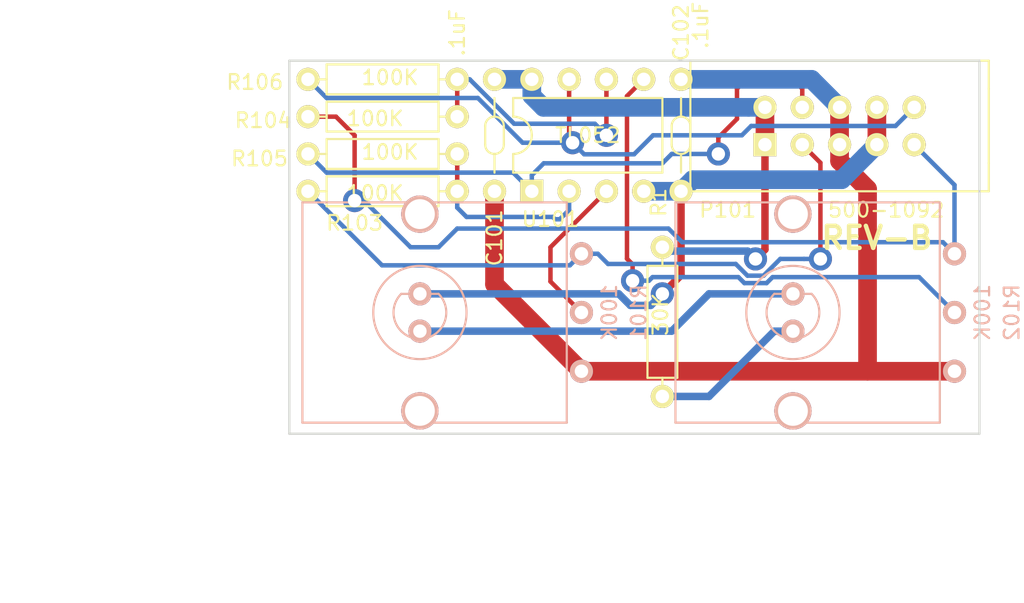
<source format=kicad_pcb>
(kicad_pcb (version 20171130) (host pcbnew "(5.0.1)-3")

  (general
    (thickness 1.6)
    (drawings 11)
    (tracks 134)
    (zones 0)
    (modules 11)
    (nets 14)
  )

  (page A4)
  (layers
    (0 F.Cu signal)
    (31 B.Cu signal)
    (32 B.Adhes user)
    (33 F.Adhes user)
    (34 B.Paste user)
    (35 F.Paste user)
    (36 B.SilkS user)
    (37 F.SilkS user)
    (38 B.Mask user)
    (39 F.Mask user)
    (40 Dwgs.User user)
    (41 Cmts.User user)
    (42 Eco1.User user)
    (43 Eco2.User user)
    (44 Edge.Cuts user)
    (45 Margin user)
    (46 B.CrtYd user)
    (47 F.CrtYd user)
    (48 B.Fab user)
    (49 F.Fab user)
  )

  (setup
    (last_trace_width 0.3048)
    (user_trace_width 0.508)
    (user_trace_width 0.762)
    (user_trace_width 1.016)
    (trace_clearance 0.2)
    (zone_clearance 0.508)
    (zone_45_only no)
    (trace_min 0.2)
    (segment_width 0.2)
    (edge_width 0.15)
    (via_size 1.5748)
    (via_drill 0.9144)
    (via_min_size 0.4)
    (via_min_drill 0.3)
    (uvia_size 0.3)
    (uvia_drill 0.1)
    (uvias_allowed no)
    (uvia_min_size 0.2)
    (uvia_min_drill 0.1)
    (pcb_text_width 0.3)
    (pcb_text_size 1.5 1.5)
    (mod_edge_width 0.15)
    (mod_text_size 1 1)
    (mod_text_width 0.15)
    (pad_size 1.524 1.524)
    (pad_drill 0.762)
    (pad_to_mask_clearance 0.2)
    (solder_mask_min_width 0.25)
    (aux_axis_origin 0 0)
    (visible_elements 7FFFEFFF)
    (pcbplotparams
      (layerselection 0x010f0_ffffffff)
      (usegerberextensions false)
      (usegerberattributes false)
      (usegerberadvancedattributes false)
      (creategerberjobfile false)
      (excludeedgelayer true)
      (linewidth 0.100000)
      (plotframeref false)
      (viasonmask false)
      (mode 1)
      (useauxorigin false)
      (hpglpennumber 1)
      (hpglpenspeed 20)
      (hpglpendiameter 15.000000)
      (psnegative false)
      (psa4output false)
      (plotreference true)
      (plotvalue true)
      (plotinvisibletext false)
      (padsonsilk false)
      (subtractmaskfromsilk false)
      (outputformat 1)
      (mirror false)
      (drillshape 0)
      (scaleselection 1)
      (outputdirectory "CAM/"))
  )

  (net 0 "")
  (net 1 GND)
  (net 2 "Net-(P101-Pad3)")
  (net 3 "Net-(P101-Pad4)")
  (net 4 "Net-(P101-Pad9)")
  (net 5 "Net-(P101-Pad10)")
  (net 6 "Net-(R101-Pad2)")
  (net 7 "Net-(R102-Pad2)")
  (net 8 "Net-(R103-Pad2)")
  (net 9 "Net-(R104-Pad2)")
  (net 10 /V+)
  (net 11 /V-)
  (net 12 "Net-(R101-Pad5)")
  (net 13 "Net-(R1-Pad2)")

  (net_class Default "This is the default net class."
    (clearance 0.2)
    (trace_width 0.3048)
    (via_dia 1.5748)
    (via_drill 0.9144)
    (uvia_dia 0.3)
    (uvia_drill 0.1)
    (add_net "Net-(P101-Pad10)")
    (add_net "Net-(P101-Pad3)")
    (add_net "Net-(P101-Pad4)")
    (add_net "Net-(P101-Pad9)")
    (add_net "Net-(R1-Pad2)")
    (add_net "Net-(R101-Pad2)")
    (add_net "Net-(R101-Pad5)")
    (add_net "Net-(R102-Pad2)")
    (add_net "Net-(R103-Pad2)")
    (add_net "Net-(R104-Pad2)")
  )

  (net_class Power ""
    (clearance 0.2)
    (trace_width 1.27)
    (via_dia 1.5748)
    (via_drill 0.9144)
    (uvia_dia 0.3)
    (uvia_drill 0.1)
    (add_net /V+)
    (add_net /V-)
    (add_net GND)
  )

  (module FootPrints:Alpha9mmPotWithLED (layer B.Cu) (tedit 5751FE58) (tstamp 5BC2D687)
    (at 127 106.045 270)
    (path /5C0471C0)
    (fp_text reference R101 (at 0 -14.9 270) (layer B.SilkS)
      (effects (font (size 1 1) (thickness 0.15)) (justify mirror))
    )
    (fp_text value 100K (at 0 -12.9 270) (layer B.SilkS)
      (effects (font (size 1 1) (thickness 0.15)) (justify mirror))
    )
    (fp_arc (start 0 0) (end 1.27 -1.27) (angle -90) (layer B.SilkS) (width 0.15))
    (fp_arc (start 0 0) (end 1.27 1.27) (angle -90) (layer B.SilkS) (width 0.15))
    (fp_arc (start 0 0) (end -1.27 1.27) (angle -90) (layer B.SilkS) (width 0.15))
    (fp_line (start -1.27 1.27) (end -1.27 -1.27) (layer B.SilkS) (width 0.15))
    (fp_circle (center 0 0) (end 3.175 0) (layer B.SilkS) (width 0.15))
    (fp_line (start -7.5 -10) (end 7.5 -10) (layer B.SilkS) (width 0.15))
    (fp_line (start 7.5 -10) (end 7.5 8) (layer B.SilkS) (width 0.15))
    (fp_line (start 7.5 8) (end -7.5 8) (layer B.SilkS) (width 0.15))
    (fp_line (start -7.5 8) (end -7.5 -10) (layer B.SilkS) (width 0.15))
    (pad "" thru_hole circle (at -6.7 0 270) (size 2.54 2.54) (drill 2.032) (layers *.Cu *.Mask B.SilkS))
    (pad "" thru_hole circle (at 6.7 0 270) (size 2.54 2.54) (drill 2.032) (layers *.Cu *.Mask B.SilkS))
    (pad 4 thru_hole circle (at -1.27 0 270) (size 1.5748 1.5748) (drill 0.9144) (layers *.Cu *.Mask B.SilkS)
      (net 11 /V-))
    (pad 5 thru_hole circle (at 1.27 0 270) (size 1.5748 1.5748) (drill 0.9144) (layers *.Cu *.Mask B.SilkS)
      (net 12 "Net-(R101-Pad5)"))
    (pad 2 thru_hole circle (at 0 -11 270) (size 1.5748 1.5748) (drill 0.9144) (layers *.Cu *.Mask B.SilkS)
      (net 6 "Net-(R101-Pad2)"))
    (pad 3 thru_hole circle (at 4 -11 270) (size 1.5748 1.5748) (drill 0.9144) (layers *.Cu *.Mask B.SilkS)
      (net 1 GND))
    (pad 1 thru_hole circle (at -4 -11 270) (size 1.5748 1.5748) (drill 0.9144) (layers *.Cu *.Mask B.SilkS)
      (net 2 "Net-(P101-Pad3)"))
  )

  (module Footprints:CAP-Bypass-0.3 (layer F.Cu) (tedit 56B42E37) (tstamp 56CB45DC)
    (at 132.08 93.98 270)
    (path /56CB4712)
    (fp_text reference C101 (at 6.985 0 270) (layer F.SilkS)
      (effects (font (size 1 1) (thickness 0.15)))
    )
    (fp_text value .1uF (at -6.985 2.54 270) (layer F.SilkS)
      (effects (font (size 1 1) (thickness 0.15)))
    )
    (fp_arc (start 0.635 0) (end 1.27 0) (angle 90) (layer F.SilkS) (width 0.15))
    (fp_arc (start 0.635 0) (end 0.635 -0.635) (angle 90) (layer F.SilkS) (width 0.15))
    (fp_arc (start -0.635 0) (end -0.635 0.635) (angle 90) (layer F.SilkS) (width 0.15))
    (fp_arc (start -0.635 0) (end -1.27 0) (angle 90) (layer F.SilkS) (width 0.15))
    (fp_line (start -0.635 0.635) (end 0.635 0.635) (layer F.SilkS) (width 0.15))
    (fp_line (start -0.635 -0.635) (end 0.635 -0.635) (layer F.SilkS) (width 0.15))
    (fp_line (start 2.54 0) (end 1.27 0) (layer F.SilkS) (width 0.15))
    (fp_line (start -2.54 0) (end -1.27 0) (layer F.SilkS) (width 0.15))
    (pad 1 thru_hole circle (at -3.81 0 270) (size 1.5748 1.5748) (drill 0.9144) (layers *.Cu *.Mask F.SilkS)
      (net 10 /V+))
    (pad 2 thru_hole circle (at 3.81 0 270) (size 1.5748 1.5748) (drill 0.9144) (layers *.Cu *.Mask F.SilkS)
      (net 1 GND))
  )

  (module Footprints:CAP-Bypass-0.3 (layer F.Cu) (tedit 56B42E37) (tstamp 56CB45EA)
    (at 144.78 93.98 90)
    (path /56CB4672)
    (fp_text reference C102 (at 6.985 0 90) (layer F.SilkS)
      (effects (font (size 1 1) (thickness 0.15)))
    )
    (fp_text value .1uF (at 7.493 1.3335 90) (layer F.SilkS)
      (effects (font (size 1 1) (thickness 0.15)))
    )
    (fp_arc (start 0.635 0) (end 1.27 0) (angle 90) (layer F.SilkS) (width 0.15))
    (fp_arc (start 0.635 0) (end 0.635 -0.635) (angle 90) (layer F.SilkS) (width 0.15))
    (fp_arc (start -0.635 0) (end -0.635 0.635) (angle 90) (layer F.SilkS) (width 0.15))
    (fp_arc (start -0.635 0) (end -1.27 0) (angle 90) (layer F.SilkS) (width 0.15))
    (fp_line (start -0.635 0.635) (end 0.635 0.635) (layer F.SilkS) (width 0.15))
    (fp_line (start -0.635 -0.635) (end 0.635 -0.635) (layer F.SilkS) (width 0.15))
    (fp_line (start 2.54 0) (end 1.27 0) (layer F.SilkS) (width 0.15))
    (fp_line (start -2.54 0) (end -1.27 0) (layer F.SilkS) (width 0.15))
    (pad 1 thru_hole circle (at -3.81 0 90) (size 1.5748 1.5748) (drill 0.9144) (layers *.Cu *.Mask F.SilkS)
      (net 11 /V-))
    (pad 2 thru_hole circle (at 3.81 0 90) (size 1.5748 1.5748) (drill 0.9144) (layers *.Cu *.Mask F.SilkS)
      (net 1 GND))
  )

  (module Footprints:AXIAL0.4 (layer F.Cu) (tedit 56ACF211) (tstamp 5BC2DADD)
    (at 124.46 97.79)
    (path /56CB344C)
    (fp_text reference R103 (at -1.905 2.159) (layer F.SilkS)
      (effects (font (size 1 1) (thickness 0.15)))
    )
    (fp_text value 100K (at -0.508 0.127) (layer F.SilkS)
      (effects (font (size 1 1) (thickness 0.15)))
    )
    (fp_line (start -3.81 -1.016) (end -3.81 1.016) (layer F.SilkS) (width 0.15))
    (fp_line (start 3.81 -1.016) (end 3.81 1.016) (layer F.SilkS) (width 0.15))
    (fp_line (start -3.81 0) (end -4.318 0) (layer F.SilkS) (width 0.15))
    (fp_line (start 4.445 0) (end 3.81 0) (layer F.SilkS) (width 0.15))
    (fp_line (start -3.81 1.016) (end 3.81 1.016) (layer F.SilkS) (width 0.15))
    (fp_line (start 3.81 -1.016) (end -3.81 -1.016) (layer F.SilkS) (width 0.15))
    (pad 1 thru_hole circle (at -5.08 0) (size 1.5748 1.5748) (drill 0.9144) (layers *.Cu *.Mask F.SilkS)
      (net 2 "Net-(P101-Pad3)"))
    (pad 2 thru_hole circle (at 5.08 0) (size 1.5748 1.5748) (drill 0.9144) (layers *.Cu *.Mask F.SilkS)
      (net 8 "Net-(R103-Pad2)"))
  )

  (module Footprints:AXIAL0.4 (layer F.Cu) (tedit 56ACF211) (tstamp 56CB463A)
    (at 124.46 92.71)
    (path /56CB3618)
    (fp_text reference R104 (at -8.128 0.254) (layer F.SilkS)
      (effects (font (size 1 1) (thickness 0.15)))
    )
    (fp_text value 100K (at -0.508 0.127) (layer F.SilkS)
      (effects (font (size 1 1) (thickness 0.15)))
    )
    (fp_line (start -3.81 -1.016) (end -3.81 1.016) (layer F.SilkS) (width 0.15))
    (fp_line (start 3.81 -1.016) (end 3.81 1.016) (layer F.SilkS) (width 0.15))
    (fp_line (start -3.81 0) (end -4.318 0) (layer F.SilkS) (width 0.15))
    (fp_line (start 4.445 0) (end 3.81 0) (layer F.SilkS) (width 0.15))
    (fp_line (start -3.81 1.016) (end 3.81 1.016) (layer F.SilkS) (width 0.15))
    (fp_line (start 3.81 -1.016) (end -3.81 -1.016) (layer F.SilkS) (width 0.15))
    (pad 1 thru_hole circle (at -5.08 0) (size 1.5748 1.5748) (drill 0.9144) (layers *.Cu *.Mask F.SilkS)
      (net 4 "Net-(P101-Pad9)"))
    (pad 2 thru_hole circle (at 5.08 0) (size 1.5748 1.5748) (drill 0.9144) (layers *.Cu *.Mask F.SilkS)
      (net 9 "Net-(R104-Pad2)"))
  )

  (module Footprints:AXIAL0.4 (layer F.Cu) (tedit 56ACF211) (tstamp 56CB4646)
    (at 124.46 95.25 180)
    (path /56CB35CF)
    (fp_text reference R105 (at 8.382 -0.3175 180) (layer F.SilkS)
      (effects (font (size 1 1) (thickness 0.15)))
    )
    (fp_text value 100K (at -0.508 0.127 180) (layer F.SilkS)
      (effects (font (size 1 1) (thickness 0.15)))
    )
    (fp_line (start -3.81 -1.016) (end -3.81 1.016) (layer F.SilkS) (width 0.15))
    (fp_line (start 3.81 -1.016) (end 3.81 1.016) (layer F.SilkS) (width 0.15))
    (fp_line (start -3.81 0) (end -4.318 0) (layer F.SilkS) (width 0.15))
    (fp_line (start 4.445 0) (end 3.81 0) (layer F.SilkS) (width 0.15))
    (fp_line (start -3.81 1.016) (end 3.81 1.016) (layer F.SilkS) (width 0.15))
    (fp_line (start 3.81 -1.016) (end -3.81 -1.016) (layer F.SilkS) (width 0.15))
    (pad 1 thru_hole circle (at -5.08 0 180) (size 1.5748 1.5748) (drill 0.9144) (layers *.Cu *.Mask F.SilkS)
      (net 8 "Net-(R103-Pad2)"))
    (pad 2 thru_hole circle (at 5.08 0 180) (size 1.5748 1.5748) (drill 0.9144) (layers *.Cu *.Mask F.SilkS)
      (net 3 "Net-(P101-Pad4)"))
  )

  (module Footprints:AXIAL0.4 (layer F.Cu) (tedit 56ACF211) (tstamp 5BC2DBA7)
    (at 124.46 90.17 180)
    (path /56CB3662)
    (fp_text reference R106 (at 8.6995 -0.1905 180) (layer F.SilkS)
      (effects (font (size 1 1) (thickness 0.15)))
    )
    (fp_text value 100K (at -0.508 0.127 180) (layer F.SilkS)
      (effects (font (size 1 1) (thickness 0.15)))
    )
    (fp_line (start -3.81 -1.016) (end -3.81 1.016) (layer F.SilkS) (width 0.15))
    (fp_line (start 3.81 -1.016) (end 3.81 1.016) (layer F.SilkS) (width 0.15))
    (fp_line (start -3.81 0) (end -4.318 0) (layer F.SilkS) (width 0.15))
    (fp_line (start 4.445 0) (end 3.81 0) (layer F.SilkS) (width 0.15))
    (fp_line (start -3.81 1.016) (end 3.81 1.016) (layer F.SilkS) (width 0.15))
    (fp_line (start 3.81 -1.016) (end -3.81 -1.016) (layer F.SilkS) (width 0.15))
    (pad 1 thru_hole circle (at -5.08 0 180) (size 1.5748 1.5748) (drill 0.9144) (layers *.Cu *.Mask F.SilkS)
      (net 9 "Net-(R104-Pad2)"))
    (pad 2 thru_hole circle (at 5.08 0 180) (size 1.5748 1.5748) (drill 0.9144) (layers *.Cu *.Mask F.SilkS)
      (net 5 "Net-(P101-Pad10)"))
  )

  (module Footprints:DIP8.3 (layer F.Cu) (tedit 56ADA5EF) (tstamp 56CB4665)
    (at 138.43 93.98)
    (path /56CB32E2)
    (fp_text reference U101 (at -2.54 5.715) (layer F.SilkS)
      (effects (font (size 1 1) (thickness 0.15)))
    )
    (fp_text value TL052 (at 0 0) (layer F.SilkS)
      (effects (font (size 1 1) (thickness 0.15)))
    )
    (fp_arc (start -5.08 0) (end -3.81 0) (angle 90) (layer F.SilkS) (width 0.15))
    (fp_arc (start -5.08 0) (end -5.08 -1.27) (angle 90) (layer F.SilkS) (width 0.15))
    (fp_line (start -5.08 -2.54) (end -5.08 -1.27) (layer F.SilkS) (width 0.15))
    (fp_line (start -5.08 -2.54) (end 5.08 -2.54) (layer F.SilkS) (width 0.15))
    (fp_line (start 5.08 -2.54) (end 5.08 2.54) (layer F.SilkS) (width 0.15))
    (fp_line (start 5.08 2.54) (end -5.08 2.54) (layer F.SilkS) (width 0.15))
    (fp_line (start -5.08 2.54) (end -5.08 1.27) (layer F.SilkS) (width 0.15))
    (pad 1 thru_hole rect (at -3.81 3.81) (size 1.5748 1.5748) (drill 0.9144) (layers *.Cu *.Mask F.SilkS)
      (net 3 "Net-(P101-Pad4)"))
    (pad 2 thru_hole circle (at -1.27 3.81) (size 1.5748 1.5748) (drill 0.9144) (layers *.Cu *.Mask F.SilkS)
      (net 8 "Net-(R103-Pad2)"))
    (pad 3 thru_hole circle (at 1.27 3.81) (size 1.5748 1.5748) (drill 0.9144) (layers *.Cu *.Mask F.SilkS)
      (net 6 "Net-(R101-Pad2)"))
    (pad 4 thru_hole circle (at 3.81 3.81) (size 1.5748 1.5748) (drill 0.9144) (layers *.Cu *.Mask F.SilkS)
      (net 11 /V-))
    (pad 5 thru_hole circle (at 3.81 -3.81) (size 1.5748 1.5748) (drill 0.9144) (layers *.Cu *.Mask F.SilkS)
      (net 7 "Net-(R102-Pad2)"))
    (pad 6 thru_hole circle (at 1.27 -3.81) (size 1.5748 1.5748) (drill 0.9144) (layers *.Cu *.Mask F.SilkS)
      (net 9 "Net-(R104-Pad2)"))
    (pad 7 thru_hole circle (at -1.27 -3.81) (size 1.5748 1.5748) (drill 0.9144) (layers *.Cu *.Mask F.SilkS)
      (net 5 "Net-(P101-Pad10)"))
    (pad 8 thru_hole circle (at -3.81 -3.81) (size 1.5748 1.5748) (drill 0.9144) (layers *.Cu *.Mask F.SilkS)
      (net 10 /V+))
  )

  (module FootPrints:Alpha9mmPotWithLED (layer B.Cu) (tedit 5751FE58) (tstamp 5BC2D69A)
    (at 152.4 106.045 270)
    (path /5C04730D)
    (fp_text reference R102 (at 0 -14.9 270) (layer B.SilkS)
      (effects (font (size 1 1) (thickness 0.15)) (justify mirror))
    )
    (fp_text value 100K (at 0 -12.9 270) (layer B.SilkS)
      (effects (font (size 1 1) (thickness 0.15)) (justify mirror))
    )
    (fp_line (start -7.5 8) (end -7.5 -10) (layer B.SilkS) (width 0.15))
    (fp_line (start 7.5 8) (end -7.5 8) (layer B.SilkS) (width 0.15))
    (fp_line (start 7.5 -10) (end 7.5 8) (layer B.SilkS) (width 0.15))
    (fp_line (start -7.5 -10) (end 7.5 -10) (layer B.SilkS) (width 0.15))
    (fp_circle (center 0 0) (end 3.175 0) (layer B.SilkS) (width 0.15))
    (fp_line (start -1.27 1.27) (end -1.27 -1.27) (layer B.SilkS) (width 0.15))
    (fp_arc (start 0 0) (end -1.27 1.27) (angle -90) (layer B.SilkS) (width 0.15))
    (fp_arc (start 0 0) (end 1.27 1.27) (angle -90) (layer B.SilkS) (width 0.15))
    (fp_arc (start 0 0) (end 1.27 -1.27) (angle -90) (layer B.SilkS) (width 0.15))
    (pad 1 thru_hole circle (at -4 -11 270) (size 1.5748 1.5748) (drill 0.9144) (layers *.Cu *.Mask B.SilkS)
      (net 4 "Net-(P101-Pad9)"))
    (pad 3 thru_hole circle (at 4 -11 270) (size 1.5748 1.5748) (drill 0.9144) (layers *.Cu *.Mask B.SilkS)
      (net 1 GND))
    (pad 2 thru_hole circle (at 0 -11 270) (size 1.5748 1.5748) (drill 0.9144) (layers *.Cu *.Mask B.SilkS)
      (net 7 "Net-(R102-Pad2)"))
    (pad 5 thru_hole circle (at 1.27 0 270) (size 1.5748 1.5748) (drill 0.9144) (layers *.Cu *.Mask B.SilkS)
      (net 13 "Net-(R1-Pad2)"))
    (pad 4 thru_hole circle (at -1.27 0 270) (size 1.5748 1.5748) (drill 0.9144) (layers *.Cu *.Mask B.SilkS)
      (net 12 "Net-(R101-Pad5)"))
    (pad "" thru_hole circle (at 6.7 0 270) (size 2.54 2.54) (drill 2.032) (layers *.Cu *.Mask B.SilkS))
    (pad "" thru_hole circle (at -6.7 0 270) (size 2.54 2.54) (drill 2.032) (layers *.Cu *.Mask B.SilkS))
  )

  (module FootPrints:IDC5x2_Vert (layer F.Cu) (tedit 58C2383B) (tstamp 5C04664C)
    (at 155.575 93.345 180)
    (path /56CB3BDE)
    (fp_text reference P101 (at 7.62 -5.715 180) (layer F.SilkS)
      (effects (font (size 1 1) (thickness 0.15)))
    )
    (fp_text value 500-1092 (at -3.175 -5.715 180) (layer F.SilkS)
      (effects (font (size 1 1) (thickness 0.15)))
    )
    (fp_line (start 10.16 4.445) (end 10.16 2.54) (layer F.SilkS) (width 0.15))
    (fp_line (start -10.16 4.445) (end 10.16 4.445) (layer F.SilkS) (width 0.15))
    (fp_line (start -10.16 2.54) (end -10.16 4.445) (layer F.SilkS) (width 0.15))
    (fp_line (start 10.16 -4.445) (end 10.16 -2.54) (layer F.SilkS) (width 0.15))
    (fp_line (start -10.16 -4.445) (end 10.16 -4.445) (layer F.SilkS) (width 0.15))
    (fp_line (start -10.16 -2.54) (end -10.16 -4.445) (layer F.SilkS) (width 0.15))
    (fp_line (start -10.16 2.54) (end -10.16 -2.54) (layer F.SilkS) (width 0.15))
    (fp_line (start 10.16 -2.54) (end 10.16 2.54) (layer F.SilkS) (width 0.15))
    (pad 1 thru_hole rect (at 5.08 -1.27 180) (size 1.5748 1.5748) (drill 0.9144) (layers *.Cu *.Mask F.SilkS)
      (net 10 /V+))
    (pad 2 thru_hole circle (at 5.08 1.27 180) (size 1.5748 1.5748) (drill 0.9144) (layers *.Cu *.Mask F.SilkS)
      (net 10 /V+))
    (pad 3 thru_hole circle (at 2.54 -1.27 180) (size 1.5748 1.5748) (drill 0.9144) (layers *.Cu *.Mask F.SilkS)
      (net 2 "Net-(P101-Pad3)"))
    (pad 4 thru_hole circle (at 2.54 1.27 180) (size 1.5748 1.5748) (drill 0.9144) (layers *.Cu *.Mask F.SilkS)
      (net 3 "Net-(P101-Pad4)"))
    (pad 5 thru_hole circle (at 0 -1.27 180) (size 1.5748 1.5748) (drill 0.9144) (layers *.Cu *.Mask F.SilkS)
      (net 1 GND))
    (pad 6 thru_hole circle (at 0 1.27 180) (size 1.5748 1.5748) (drill 0.9144) (layers *.Cu *.Mask F.SilkS)
      (net 1 GND))
    (pad 7 thru_hole circle (at -2.54 -1.27 180) (size 1.5748 1.5748) (drill 0.9144) (layers *.Cu *.Mask F.SilkS)
      (net 11 /V-))
    (pad 8 thru_hole circle (at -2.54 1.27 180) (size 1.5748 1.5748) (drill 0.9144) (layers *.Cu *.Mask F.SilkS)
      (net 11 /V-))
    (pad 9 thru_hole circle (at -5.08 -1.27 180) (size 1.5748 1.5748) (drill 0.9144) (layers *.Cu *.Mask F.SilkS)
      (net 4 "Net-(P101-Pad9)"))
    (pad 10 thru_hole circle (at -5.08 1.27 180) (size 1.5748 1.5748) (drill 0.9144) (layers *.Cu *.Mask F.SilkS)
      (net 5 "Net-(P101-Pad10)"))
  )

  (module FootPrints:AXIAL0_4 (layer F.Cu) (tedit 56ACF211) (tstamp 5C04782E)
    (at 143.51 106.68 270)
    (path /5C049519)
    (fp_text reference R1 (at -8.128 0.254 270) (layer F.SilkS)
      (effects (font (size 1 1) (thickness 0.15)))
    )
    (fp_text value 30K (at -0.508 0.127 270) (layer F.SilkS)
      (effects (font (size 1 1) (thickness 0.15)))
    )
    (fp_line (start -3.81 -1.016) (end -3.81 1.016) (layer F.SilkS) (width 0.15))
    (fp_line (start 3.81 -1.016) (end 3.81 1.016) (layer F.SilkS) (width 0.15))
    (fp_line (start -3.81 0) (end -4.318 0) (layer F.SilkS) (width 0.15))
    (fp_line (start 4.445 0) (end 3.81 0) (layer F.SilkS) (width 0.15))
    (fp_line (start -3.81 1.016) (end 3.81 1.016) (layer F.SilkS) (width 0.15))
    (fp_line (start 3.81 -1.016) (end -3.81 -1.016) (layer F.SilkS) (width 0.15))
    (pad 1 thru_hole circle (at -5.08 0 270) (size 1.5748 1.5748) (drill 0.9144) (layers *.Cu *.Mask F.SilkS)
      (net 10 /V+))
    (pad 2 thru_hole circle (at 5.08 0 270) (size 1.5748 1.5748) (drill 0.9144) (layers *.Cu *.Mask F.SilkS)
      (net 13 "Net-(R1-Pad2)"))
  )

  (gr_text "REV-B\n" (at 158.115 100.965) (layer F.SilkS)
    (effects (font (size 1.5 1.5) (thickness 0.3)))
  )
  (dimension 12.7 (width 0.3) (layer F.Fab)
    (gr_text "0.5000 in" (at 158.75 121.48) (layer F.Fab)
      (effects (font (size 1.5 1.5) (thickness 0.3)))
    )
    (feature1 (pts (xy 165.1 114.935) (xy 165.1 119.966421)))
    (feature2 (pts (xy 152.4 114.935) (xy 152.4 119.966421)))
    (crossbar (pts (xy 152.4 119.38) (xy 165.1 119.38)))
    (arrow1a (pts (xy 165.1 119.38) (xy 163.973496 119.966421)))
    (arrow1b (pts (xy 165.1 119.38) (xy 163.973496 118.793579)))
    (arrow2a (pts (xy 152.4 119.38) (xy 153.526504 119.966421)))
    (arrow2b (pts (xy 152.4 119.38) (xy 153.526504 118.793579)))
  )
  (dimension 25.4 (width 0.3) (layer F.Fab)
    (gr_text "1.0000 in" (at 139.7 121.48) (layer F.Fab)
      (effects (font (size 1.5 1.5) (thickness 0.3)))
    )
    (feature1 (pts (xy 127 114.935) (xy 127 119.966421)))
    (feature2 (pts (xy 152.4 114.935) (xy 152.4 119.966421)))
    (crossbar (pts (xy 152.4 119.38) (xy 127 119.38)))
    (arrow1a (pts (xy 127 119.38) (xy 128.126504 118.793579)))
    (arrow1b (pts (xy 127 119.38) (xy 128.126504 119.966421)))
    (arrow2a (pts (xy 152.4 119.38) (xy 151.273496 118.793579)))
    (arrow2b (pts (xy 152.4 119.38) (xy 151.273496 119.966421)))
  )
  (dimension 8.89 (width 0.3) (layer F.Fab)
    (gr_text "0.3500 in" (at 122.555 121.48) (layer F.Fab)
      (effects (font (size 1.5 1.5) (thickness 0.3)))
    )
    (feature1 (pts (xy 118.11 114.935) (xy 118.11 119.966421)))
    (feature2 (pts (xy 127 114.935) (xy 127 119.966421)))
    (crossbar (pts (xy 127 119.38) (xy 118.11 119.38)))
    (arrow1a (pts (xy 118.11 119.38) (xy 119.236504 118.793579)))
    (arrow1b (pts (xy 118.11 119.38) (xy 119.236504 119.966421)))
    (arrow2a (pts (xy 127 119.38) (xy 125.873496 118.793579)))
    (arrow2b (pts (xy 127 119.38) (xy 125.873496 119.966421)))
  )
  (dimension 8.255 (width 0.3) (layer F.Fab)
    (gr_text "0.3250 in" (at 110.93 110.1725 270) (layer F.Fab)
      (effects (font (size 1.5 1.5) (thickness 0.3)))
    )
    (feature1 (pts (xy 117.475 114.3) (xy 112.443579 114.3)))
    (feature2 (pts (xy 117.475 106.045) (xy 112.443579 106.045)))
    (crossbar (pts (xy 113.03 106.045) (xy 113.03 114.3)))
    (arrow1a (pts (xy 113.03 114.3) (xy 112.443579 113.173496)))
    (arrow1b (pts (xy 113.03 114.3) (xy 113.616421 113.173496)))
    (arrow2a (pts (xy 113.03 106.045) (xy 112.443579 107.171504)))
    (arrow2b (pts (xy 113.03 106.045) (xy 113.616421 107.171504)))
  )
  (dimension 25.4 (width 0.3) (layer F.Fab)
    (gr_text "1.0000 in" (at 103.945 101.6 90) (layer F.Fab)
      (effects (font (size 1.5 1.5) (thickness 0.3)))
    )
    (feature1 (pts (xy 117.475 88.9) (xy 105.458579 88.9)))
    (feature2 (pts (xy 117.475 114.3) (xy 105.458579 114.3)))
    (crossbar (pts (xy 106.045 114.3) (xy 106.045 88.9)))
    (arrow1a (pts (xy 106.045 88.9) (xy 106.631421 90.026504)))
    (arrow1b (pts (xy 106.045 88.9) (xy 105.458579 90.026504)))
    (arrow2a (pts (xy 106.045 114.3) (xy 106.631421 113.173496)))
    (arrow2b (pts (xy 106.045 114.3) (xy 105.458579 113.173496)))
  )
  (dimension 46.99 (width 0.3) (layer F.Fab)
    (gr_text "1.8500 in" (at 141.605 127.195) (layer F.Fab)
      (effects (font (size 1.5 1.5) (thickness 0.3)))
    )
    (feature1 (pts (xy 165.1 114.935) (xy 165.1 125.681421)))
    (feature2 (pts (xy 118.11 114.935) (xy 118.11 125.681421)))
    (crossbar (pts (xy 118.11 125.095) (xy 165.1 125.095)))
    (arrow1a (pts (xy 165.1 125.095) (xy 163.973496 125.681421)))
    (arrow1b (pts (xy 165.1 125.095) (xy 163.973496 124.508579)))
    (arrow2a (pts (xy 118.11 125.095) (xy 119.236504 125.681421)))
    (arrow2b (pts (xy 118.11 125.095) (xy 119.236504 124.508579)))
  )
  (gr_line (start 118.11 88.9) (end 165.1 88.9) (layer Edge.Cuts) (width 0.15))
  (gr_line (start 118.11 114.3) (end 165.1 114.3) (layer Edge.Cuts) (width 0.15))
  (gr_line (start 165.1 88.9) (end 165.1 114.3) (layer Edge.Cuts) (width 0.15))
  (gr_line (start 118.11 88.9) (end 118.11 114.3) (layer Edge.Cuts) (width 0.15))

  (segment (start 132.08 104.125) (end 138 110.045) (width 1.27) (layer F.Cu) (net 1))
  (segment (start 132.08 97.79) (end 132.08 104.125) (width 1.27) (layer F.Cu) (net 1))
  (segment (start 153.67 90.17) (end 155.575 92.075) (width 1.27) (layer B.Cu) (net 1))
  (segment (start 144.78 90.17) (end 153.67 90.17) (width 1.27) (layer B.Cu) (net 1))
  (segment (start 155.575 92.075) (end 155.575 94.615) (width 1.27) (layer F.Cu) (net 1))
  (segment (start 155.575 95.728551) (end 157.48 97.633551) (width 1.27) (layer F.Cu) (net 1))
  (segment (start 155.575 94.615) (end 155.575 95.728551) (width 1.27) (layer F.Cu) (net 1))
  (segment (start 157.48 97.633551) (end 157.48 110.045) (width 1.27) (layer F.Cu) (net 1))
  (segment (start 138 110.045) (end 157.48 110.045) (width 1.27) (layer F.Cu) (net 1))
  (segment (start 157.48 110.045) (end 163.4 110.045) (width 1.27) (layer F.Cu) (net 1))
  (segment (start 139.113551 102.045) (end 139.808352 102.739801) (width 0.3048) (layer B.Cu) (net 2))
  (segment (start 139.808352 102.739801) (end 148.505358 102.739801) (width 0.3048) (layer B.Cu) (net 2))
  (segment (start 148.505358 102.739801) (end 149.302769 103.537212) (width 0.3048) (layer B.Cu) (net 2))
  (segment (start 149.302769 103.537212) (end 150.396979 103.537212) (width 0.3048) (layer B.Cu) (net 2))
  (segment (start 150.396979 103.537212) (end 151.53678 102.397411) (width 0.3048) (layer B.Cu) (net 2))
  (via (at 154.270713 102.397411) (size 1.5748) (drill 0.9144) (layers F.Cu B.Cu) (net 2))
  (segment (start 153.035 94.615) (end 154.270713 95.850713) (width 0.3048) (layer F.Cu) (net 2))
  (segment (start 154.270713 95.850713) (end 154.270713 101.28386) (width 0.3048) (layer F.Cu) (net 2))
  (segment (start 153.157162 102.397411) (end 154.270713 102.397411) (width 0.3048) (layer B.Cu) (net 2))
  (segment (start 138 102.045) (end 139.113551 102.045) (width 0.3048) (layer B.Cu) (net 2))
  (segment (start 154.270713 101.28386) (end 154.270713 102.397411) (width 0.3048) (layer F.Cu) (net 2))
  (segment (start 151.53678 102.397411) (end 153.157162 102.397411) (width 0.3048) (layer B.Cu) (net 2))
  (segment (start 119.38 97.79) (end 124.422399 102.832399) (width 0.3048) (layer B.Cu) (net 2))
  (segment (start 137.212601 102.832399) (end 138 102.045) (width 0.3048) (layer B.Cu) (net 2))
  (segment (start 124.422399 102.832399) (end 137.212601 102.832399) (width 0.3048) (layer B.Cu) (net 2))
  (segment (start 133.35 96.52) (end 134.62 97.79) (width 0.3048) (layer B.Cu) (net 3))
  (segment (start 119.38 95.25) (end 120.65 96.52) (width 0.3048) (layer B.Cu) (net 3))
  (segment (start 120.65 96.52) (end 133.35 96.52) (width 0.3048) (layer B.Cu) (net 3))
  (segment (start 134.62 97.79) (end 135.255 97.155) (width 0.3048) (layer B.Cu) (net 3))
  (segment (start 134.62 96.6978) (end 135.4328 95.885) (width 0.3048) (layer B.Cu) (net 3))
  (segment (start 134.62 97.79) (end 134.62 96.6978) (width 0.3048) (layer B.Cu) (net 3))
  (segment (start 135.4328 95.885) (end 143.51 95.885) (width 0.3048) (layer B.Cu) (net 3))
  (via (at 147.32 95.25) (size 1.5748) (drill 0.9144) (layers F.Cu B.Cu) (net 3))
  (segment (start 143.51 95.885) (end 144.145 95.25) (width 0.3048) (layer B.Cu) (net 3))
  (segment (start 144.145 95.25) (end 147.32 95.25) (width 0.3048) (layer B.Cu) (net 3))
  (segment (start 153.035 90.805) (end 153.035 92.075) (width 0.3048) (layer F.Cu) (net 3))
  (segment (start 147.32 94.136449) (end 148.59 92.866449) (width 0.3048) (layer F.Cu) (net 3))
  (segment (start 148.59 92.866449) (end 148.59 90.805) (width 0.3048) (layer F.Cu) (net 3))
  (segment (start 148.59 90.805) (end 149.225 90.17) (width 0.3048) (layer F.Cu) (net 3))
  (segment (start 149.225 90.17) (end 152.4 90.17) (width 0.3048) (layer F.Cu) (net 3))
  (segment (start 147.32 95.25) (end 147.32 94.136449) (width 0.3048) (layer F.Cu) (net 3))
  (segment (start 152.4 90.17) (end 153.035 90.805) (width 0.3048) (layer F.Cu) (net 3))
  (segment (start 163.4 97.36) (end 160.655 94.615) (width 0.3048) (layer B.Cu) (net 4))
  (segment (start 163.4 102.045) (end 163.4 97.36) (width 0.3048) (layer B.Cu) (net 4))
  (segment (start 144.854507 101.257601) (end 143.926906 100.33) (width 0.3048) (layer B.Cu) (net 4))
  (segment (start 162.612601 101.257601) (end 144.854507 101.257601) (width 0.3048) (layer B.Cu) (net 4))
  (segment (start 163.4 102.045) (end 162.612601 101.257601) (width 0.3048) (layer B.Cu) (net 4))
  (segment (start 143.926906 100.33) (end 129.54 100.33) (width 0.3048) (layer B.Cu) (net 4))
  (segment (start 129.54 100.33) (end 128.27 101.6) (width 0.3048) (layer B.Cu) (net 4))
  (segment (start 128.27 101.6) (end 126.365 101.6) (width 0.3048) (layer B.Cu) (net 4))
  (via (at 122.555 98.425) (size 1.5748) (drill 0.9144) (layers F.Cu B.Cu) (net 4))
  (segment (start 126.365 101.6) (end 123.19 98.425) (width 0.3048) (layer B.Cu) (net 4))
  (segment (start 123.19 98.425) (end 122.555 98.425) (width 0.3048) (layer B.Cu) (net 4))
  (segment (start 122.555 98.425) (end 122.555 93.98) (width 0.3048) (layer F.Cu) (net 4))
  (segment (start 122.555 93.98) (end 121.285 92.71) (width 0.3048) (layer F.Cu) (net 4))
  (segment (start 121.285 92.71) (end 119.38 92.71) (width 0.3048) (layer F.Cu) (net 4))
  (segment (start 137.396522 94.216522) (end 137.396522 94.48481) (width 0.3048) (layer F.Cu) (net 5))
  (segment (start 137.16 93.98) (end 137.396522 94.216522) (width 0.3048) (layer F.Cu) (net 5))
  (segment (start 119.38 90.17) (end 120.65 91.44) (width 0.3048) (layer B.Cu) (net 5))
  (segment (start 120.65 91.44) (end 130.949184 91.44) (width 0.3048) (layer B.Cu) (net 5))
  (segment (start 130.949184 91.44) (end 133.993994 94.48481) (width 0.3048) (layer B.Cu) (net 5))
  (segment (start 136.282971 94.48481) (end 137.396522 94.48481) (width 0.3048) (layer B.Cu) (net 5))
  (segment (start 137.16 90.17) (end 137.16 93.98) (width 0.3048) (layer F.Cu) (net 5))
  (segment (start 133.993994 94.48481) (end 136.282971 94.48481) (width 0.3048) (layer B.Cu) (net 5))
  (via (at 137.396522 94.48481) (size 1.5748) (drill 0.9144) (layers F.Cu B.Cu) (net 5))
  (segment (start 138.183921 95.272209) (end 137.396522 94.48481) (width 0.3048) (layer B.Cu) (net 5))
  (segment (start 160.655 92.075) (end 159.385 93.345) (width 0.3048) (layer B.Cu) (net 5))
  (segment (start 159.385 93.345) (end 149.555878 93.345) (width 0.3048) (layer B.Cu) (net 5))
  (segment (start 149.555878 93.345) (end 148.920878 93.98) (width 0.3048) (layer B.Cu) (net 5))
  (segment (start 148.920878 93.98) (end 142.875 93.98) (width 0.3048) (layer B.Cu) (net 5))
  (segment (start 142.875 93.98) (end 141.582791 95.272209) (width 0.3048) (layer B.Cu) (net 5))
  (segment (start 141.582791 95.272209) (end 138.183921 95.272209) (width 0.3048) (layer B.Cu) (net 5))
  (segment (start 135.89 103.935) (end 138 106.045) (width 0.3048) (layer F.Cu) (net 6))
  (segment (start 139.7 97.79) (end 135.89 101.6) (width 0.3048) (layer F.Cu) (net 6))
  (segment (start 135.89 101.6) (end 135.89 103.935) (width 0.3048) (layer F.Cu) (net 6))
  (via (at 141.482145 103.879611) (size 1.5748) (drill 0.9144) (layers F.Cu B.Cu) (net 7))
  (segment (start 142.24 90.17) (end 141.100199 91.309801) (width 0.3048) (layer F.Cu) (net 7))
  (segment (start 141.100199 91.309801) (end 141.100199 102.384114) (width 0.3048) (layer F.Cu) (net 7))
  (segment (start 141.482145 102.76606) (end 141.482145 103.879611) (width 0.3048) (layer F.Cu) (net 7))
  (segment (start 141.100199 102.384114) (end 141.482145 102.76606) (width 0.3048) (layer F.Cu) (net 7))
  (segment (start 163.4 106.045) (end 160.990199 103.635199) (width 0.3048) (layer B.Cu) (net 7))
  (segment (start 142.595696 103.879611) (end 141.482145 103.879611) (width 0.3048) (layer B.Cu) (net 7))
  (segment (start 149.09367 104.042023) (end 148.686846 103.635199) (width 0.3048) (layer B.Cu) (net 7))
  (segment (start 142.840108 103.635199) (end 142.595696 103.879611) (width 0.3048) (layer B.Cu) (net 7))
  (segment (start 150.606078 104.042023) (end 149.09367 104.042023) (width 0.3048) (layer B.Cu) (net 7))
  (segment (start 148.686846 103.635199) (end 142.840108 103.635199) (width 0.3048) (layer B.Cu) (net 7))
  (segment (start 160.990199 103.635199) (end 151.012902 103.635199) (width 0.3048) (layer B.Cu) (net 7))
  (segment (start 151.012902 103.635199) (end 150.606078 104.042023) (width 0.3048) (layer B.Cu) (net 7))
  (segment (start 129.54 95.25) (end 129.54 97.79) (width 0.3048) (layer F.Cu) (net 8))
  (segment (start 129.54 98.903551) (end 130.175 99.538551) (width 0.3048) (layer B.Cu) (net 8))
  (segment (start 129.54 97.79) (end 129.54 98.903551) (width 0.3048) (layer B.Cu) (net 8))
  (segment (start 130.175 99.538551) (end 136.046449 99.538551) (width 0.3048) (layer B.Cu) (net 8))
  (segment (start 136.046449 99.538551) (end 136.202898 99.695) (width 0.3048) (layer B.Cu) (net 8))
  (segment (start 136.202898 99.695) (end 136.525 99.695) (width 0.3048) (layer B.Cu) (net 8))
  (segment (start 136.525 99.695) (end 137.16 99.06) (width 0.3048) (layer B.Cu) (net 8))
  (segment (start 137.16 99.06) (end 137.16 97.79) (width 0.3048) (layer B.Cu) (net 8))
  (segment (start 129.54 90.17) (end 129.54 92.71) (width 0.3048) (layer F.Cu) (net 9))
  (via (at 139.7 93.98) (size 1.5748) (drill 0.9144) (layers F.Cu B.Cu) (net 9))
  (segment (start 139.7 93.98) (end 139.7 90.17) (width 0.3048) (layer F.Cu) (net 9))
  (segment (start 133.415695 93.192601) (end 138.912601 93.192601) (width 0.3048) (layer B.Cu) (net 9))
  (segment (start 138.912601 93.192601) (end 139.7 93.98) (width 0.3048) (layer B.Cu) (net 9))
  (segment (start 130.393094 90.17) (end 133.415695 93.192601) (width 0.3048) (layer B.Cu) (net 9))
  (segment (start 129.54 90.17) (end 130.393094 90.17) (width 0.3048) (layer B.Cu) (net 9))
  (segment (start 132.08 90.17) (end 134.62 90.17) (width 1.27) (layer B.Cu) (net 10))
  (segment (start 149.381449 92.075) (end 150.495 92.075) (width 1.27) (layer B.Cu) (net 10))
  (segment (start 134.62 91.283551) (end 135.411449 92.075) (width 1.27) (layer B.Cu) (net 10))
  (segment (start 135.411449 92.075) (end 149.381449 92.075) (width 1.27) (layer B.Cu) (net 10))
  (segment (start 134.62 90.17) (end 134.62 91.283551) (width 1.27) (layer B.Cu) (net 10))
  (segment (start 150.495 92.075) (end 150.495 94.615) (width 1.27) (layer F.Cu) (net 10))
  (segment (start 149.316475 101.864012) (end 149.849874 102.397411) (width 0.508) (layer B.Cu) (net 10))
  (via (at 149.849874 102.397411) (size 1.5748) (drill 0.9144) (layers F.Cu B.Cu) (net 10))
  (segment (start 150.495 101.752285) (end 149.849874 102.397411) (width 0.508) (layer F.Cu) (net 10))
  (segment (start 143.774012 101.864012) (end 149.316475 101.864012) (width 0.508) (layer B.Cu) (net 10))
  (segment (start 143.51 101.6) (end 143.774012 101.864012) (width 0.508) (layer B.Cu) (net 10))
  (segment (start 150.495 94.615) (end 150.495 101.752285) (width 0.508) (layer F.Cu) (net 10))
  (segment (start 142.24 97.79) (end 144.78 97.79) (width 1.27) (layer B.Cu) (net 11))
  (segment (start 158.115 92.075) (end 158.115 94.615) (width 1.27) (layer F.Cu) (net 11))
  (via (at 143.51 104.775) (size 1.5748) (drill 0.9144) (layers F.Cu B.Cu) (net 11))
  (segment (start 143.51 104.775) (end 144.78 103.505) (width 0.508) (layer F.Cu) (net 11))
  (segment (start 144.78 103.505) (end 144.78 97.79) (width 0.508) (layer F.Cu) (net 11))
  (segment (start 157.327601 95.402399) (end 158.115 94.615) (width 1.27) (layer B.Cu) (net 11))
  (segment (start 155.727399 97.002601) (end 157.327601 95.402399) (width 1.27) (layer B.Cu) (net 11))
  (segment (start 145.567399 97.002601) (end 155.727399 97.002601) (width 1.27) (layer B.Cu) (net 11))
  (segment (start 144.78 97.79) (end 145.567399 97.002601) (width 1.27) (layer B.Cu) (net 11))
  (segment (start 141.327659 105.562399) (end 142.722601 105.562399) (width 0.508) (layer B.Cu) (net 11))
  (segment (start 142.722601 105.562399) (end 143.51 104.775) (width 0.508) (layer B.Cu) (net 11))
  (segment (start 140.54026 104.775) (end 141.327659 105.562399) (width 0.508) (layer B.Cu) (net 11))
  (segment (start 127 104.775) (end 140.54026 104.775) (width 0.508) (layer B.Cu) (net 11))
  (segment (start 127 107.315) (end 144.145 107.315) (width 0.508) (layer B.Cu) (net 12))
  (segment (start 144.145 107.315) (end 146.685 104.775) (width 0.508) (layer B.Cu) (net 12))
  (segment (start 146.685 104.775) (end 152.4 104.775) (width 0.508) (layer B.Cu) (net 12))
  (segment (start 151.13 107.315) (end 152.4 107.315) (width 0.508) (layer B.Cu) (net 13))
  (segment (start 143.51 111.76) (end 146.685 111.76) (width 0.508) (layer B.Cu) (net 13))
  (segment (start 146.685 111.76) (end 151.13 107.315) (width 0.508) (layer B.Cu) (net 13))

)

</source>
